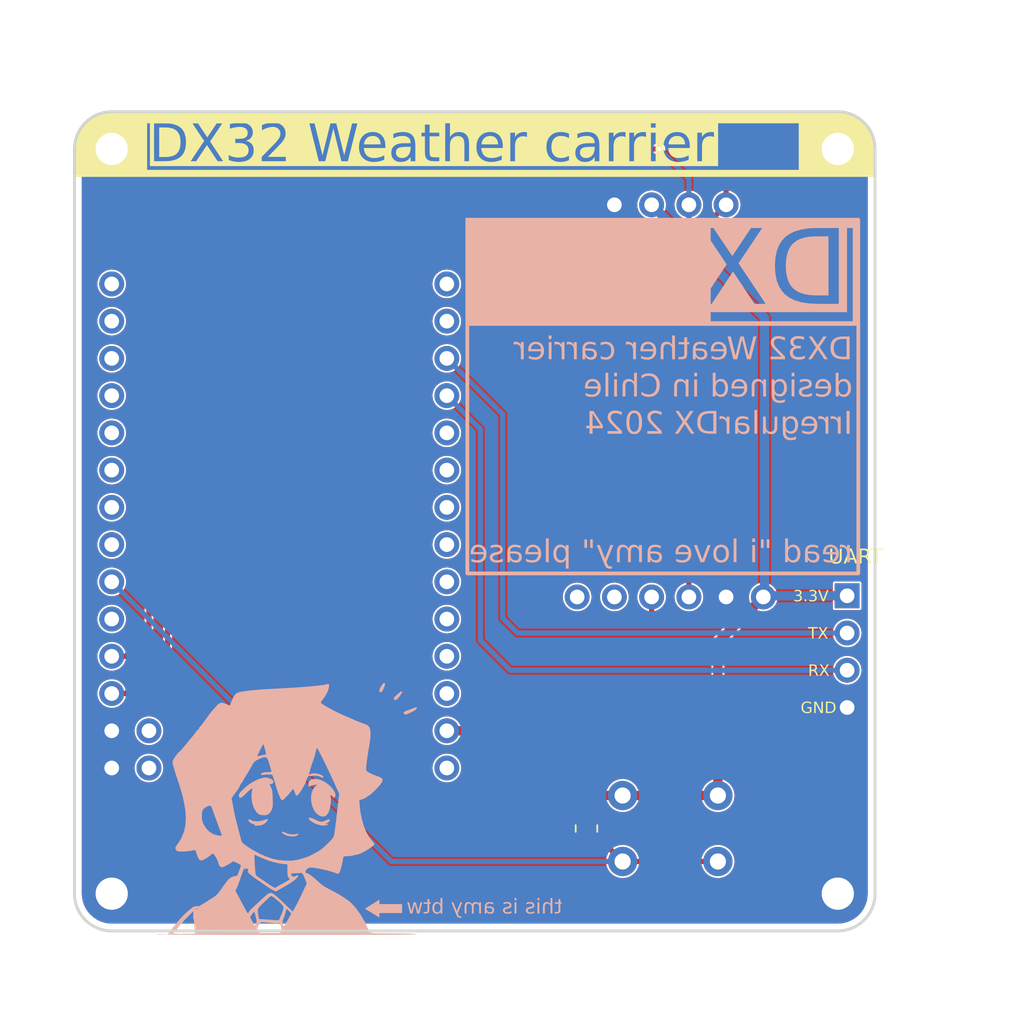
<source format=kicad_pcb>
(kicad_pcb (version 20240108) (generator "pcbnew") (generator_version "8.0")
  (layers (0 "F.Cu" signal) (31 "B.Cu" signal) (34 "B.Paste" user) (35 "F.Paste" user) (36 "B.SilkS" user "B.Silkscreen") (37 "F.SilkS" user "F.Silkscreen") (38 "B.Mask" user) (39 "F.Mask" user) (44 "Edge.Cuts" user))
  (net 0 "")
  (net 1 "VCC")
  (net 2 "/RX")
  (net 3 "GND")
  (net 4 "/TX")
  (net 5 "Net-(U1-GPIO8)")
  (net 16 "/SCL")
  (net 20 "/SDA")
  (footprint "Connector_PinHeader_2.54mm:PinHeader_1x04_P2.54mm_Vertical" (layer "F.Cu") (at 178.435 104.14)
    (property "Reference" "J1" (hide yes))
    (property "Value" "UART" (hide yes))
    (pad "1" thru_hole rect (at 0 0) (size 1.7 1.7) (drill 1) (layers "*.Cu" "*.Mask") (net 1 "VCC"))
    (pad "2" thru_hole oval (at 0 2.54) (size 1.7 1.7) (drill 1) (layers "*.Cu" "*.Mask") (net 4 "/TX"))
    (pad "3" thru_hole oval (at 0 5.08) (size 1.7 1.7) (drill 1) (layers "*.Cu" "*.Mask") (net 2 "/RX"))
    (pad "4" thru_hole oval (at 0 7.62) (size 1.7 1.7) (drill 1) (layers "*.Cu" "*.Mask") (net 3 "GND"))
  )
  (footprint "MountingHole:MountingHole_2.2mm_M2_DIN965_Pad_TopBottom" (layer "F.Cu") (at 128.27 124.46)
    (property "Reference" "MountingHole3" (hide yes))
    (property "Value" "MountingHole_2.2mm_M2_DIN965_Pad_TopBottom" (hide yes))
    (pad "1" thru_hole circle (at 0 0) (size 2.6 2.6) (drill 2.2) (layers "*.Cu" "*.Mask") (net 3 "GND"))
    (pad "1" connect circle (at 0 0) (size 3.8 3.8) (layers "F.Cu" "F.Mask") (net 3 "GND"))
    (pad "1" connect circle (at 0 0) (size 3.8 3.8) (layers "B.Cu" "B.Mask") (net 3 "GND"))
  )
  (footprint "MountingHole:MountingHole_2.2mm_M2_DIN965_Pad_TopBottom" (layer "F.Cu") (at 177.8 73.66)
    (property "Reference" "MountingHole2" (hide yes))
    (property "Value" "MountingHole_2.2mm_M2_DIN965_Pad_TopBottom" (hide yes))
    (pad "1" thru_hole circle (at 0 0) (size 2.6 2.6) (drill 2.2) (layers "*.Cu" "*.Mask"))
    (pad "1" connect circle (at 0 0) (size 3.8 3.8) (layers "F.Cu" "F.Mask") (net 3 "GND"))
    (pad "1" connect circle (at 0 0) (size 3.8 3.8) (layers "B.Cu" "B.Mask") (net 3 "GND"))
  )
  (footprint "Custom_Symbols:BME280" (layer "F.Cu") (at 166.37 110.57)
    (property "Reference" "U2" (hide yes))
    (property "Value" "~" (hide yes))
    (pad "1" thru_hole circle (at -6.35 -6.35) (size 1.7 1.7) (drill 1) (layers "*.Cu" "*.Mask"))
    (pad "2" thru_hole circle (at -3.81 -6.35) (size 1.7 1.7) (drill 1) (layers "*.Cu" "*.Mask"))
    (pad "3" thru_hole circle (at -1.27 -6.35) (size 1.7 1.7) (drill 1) (layers "*.Cu" "*.Mask") (net 20 "/SDA"))
    (pad "4" thru_hole circle (at 1.27 -6.35) (size 1.7 1.7) (drill 1) (layers "*.Cu" "*.Mask") (net 16 "/SCL"))
    (pad "5" thru_hole circle (at 3.81 -6.35) (size 1.7 1.7) (drill 1) (layers "*.Cu" "*.Mask") (net 3 "GND"))
    (pad "6" thru_hole circle (at 6.35 -6.35) (size 1.7 1.7) (drill 1) (layers "*.Cu" "*.Mask") (net 1 "VCC"))
  )
  (footprint "Custom_Symbols:SSD1306_OLED" (layer "F.Cu") (at 166.37 82.55)
    (property "Reference" "U3" (hide yes))
    (property "Value" "~" (hide yes))
    (pad "1" thru_hole circle (at -3.81 -5.08) (size 1.7 1.7) (drill 1) (layers "*.Cu" "*.Mask") (net 3 "GND"))
    (pad "2" thru_hole circle (at -1.27 -5.08) (size 1.7 1.7) (drill 1) (layers "*.Cu" "*.Mask") (net 1 "VCC"))
    (pad "3" thru_hole circle (at 1.27 -5.08) (size 1.7 1.7) (drill 1) (layers "*.Cu" "*.Mask") (net 16 "/SCL"))
    (pad "4" thru_hole circle (at 3.81 -5.08) (size 1.7 1.7) (drill 1) (layers "*.Cu" "*.Mask") (net 20 "/SDA"))
  )
  (footprint "Button_Switch_THT:SW_PUSH_6mm" (layer "F.Cu") (at 163.12 117.765)
    (property "Reference" "Button" (hide yes))
    (property "Value" "User button" (hide yes))
    (pad "1" thru_hole circle (at 0 0 90) (size 2 2) (drill 1.1) (layers "*.Cu" "*.Mask") (net 1 "VCC"))
    (pad "1" thru_hole circle (at 6.5 0 90) (size 2 2) (drill 1.1) (layers "*.Cu" "*.Mask") (net 1 "VCC"))
    (pad "2" thru_hole circle (at 0 4.5 90) (size 2 2) (drill 1.1) (layers "*.Cu" "*.Mask") (net 5 "Net-(U1-GPIO8)"))
    (pad "2" thru_hole circle (at 6.5 4.5 90) (size 2 2) (drill 1.1) (layers "*.Cu" "*.Mask") (net 5 "Net-(U1-GPIO8)"))
  )
  (footprint "Custom_Symbols:DX32A" (layer "F.Cu") (at 139.7 100.6475)
    (property "Reference" "U1" (hide yes))
    (property "Value" "~" (hide yes))
    (pad "1" thru_hole circle (at 11.43 15.24) (size 1.7 1.7) (drill 1) (layers "*.Cu" "*.Mask"))
    (pad "2" thru_hole circle (at 11.43 12.7) (size 1.7 1.7) (drill 1) (layers "*.Cu" "*.Mask") (net 1 "VCC"))
    (pad "3" thru_hole circle (at 11.43 10.16) (size 1.7 1.7) (drill 1) (layers "*.Cu" "*.Mask"))
    (pad "4" thru_hole circle (at 11.43 7.62) (size 1.7 1.7) (drill 1) (layers "*.Cu" "*.Mask"))
    (pad "5" thru_hole circle (at 11.43 5.08) (size 1.7 1.7) (drill 1) (layers "*.Cu" "*.Mask"))
    (pad "6" thru_hole circle (at 11.43 2.54) (size 1.7 1.7) (drill 1) (layers "*.Cu" "*.Mask"))
    (pad "7" thru_hole circle (at 11.43 0) (size 1.7 1.7) (drill 1) (layers "*.Cu" "*.Mask"))
    (pad "8" thru_hole circle (at 11.43 -2.54) (size 1.7 1.7) (drill 1) (layers "*.Cu" "*.Mask"))
    (pad "9" thru_hole circle (at 11.43 -5.08) (size 1.7 1.7) (drill 1) (layers "*.Cu" "*.Mask"))
    (pad "10" thru_hole circle (at 11.43 -7.62) (size 1.7 1.7) (drill 1) (layers "*.Cu" "*.Mask"))
    (pad "11" thru_hole circle (at 11.43 -10.16) (size 1.7 1.7) (drill 1) (layers "*.Cu" "*.Mask") (net 2 "/RX"))
    (pad "12" thru_hole circle (at 11.43 -12.7) (size 1.7 1.7) (drill 1) (layers "*.Cu" "*.Mask") (net 4 "/TX"))
    (pad "13" thru_hole circle (at 11.43 -15.24) (size 1.7 1.7) (drill 1) (layers "*.Cu" "*.Mask"))
    (pad "14" thru_hole circle (at 11.43 -17.78) (size 1.7 1.7) (drill 1) (layers "*.Cu" "*.Mask"))
    (pad "15" thru_hole circle (at -11.43 -17.78) (size 1.7 1.7) (drill 1) (layers "*.Cu" "*.Mask"))
    (pad "16" thru_hole circle (at -11.43 -15.24) (size 1.7 1.7) (drill 1) (layers "*.Cu" "*.Mask"))
    (pad "17" thru_hole circle (at -11.43 -12.7) (size 1.7 1.7) (drill 1) (layers "*.Cu" "*.Mask"))
    (pad "18" thru_hole circle (at -11.43 -10.16) (size 1.7 1.7) (drill 1) (layers "*.Cu" "*.Mask"))
    (pad "19" thru_hole circle (at -11.43 -7.62) (size 1.7 1.7) (drill 1) (layers "*.Cu" "*.Mask"))
    (pad "20" thru_hole circle (at -11.43 -5.08) (size 1.7 1.7) (drill 1) (layers "*.Cu" "*.Mask"))
    (pad "21" thru_hole circle (at -11.43 -2.54) (size 1.7 1.7) (drill 1) (layers "*.Cu" "*.Mask"))
    (pad "22" thru_hole circle (at -11.43 0) (size 1.7 1.7) (drill 1) (layers "*.Cu" "*.Mask"))
    (pad "23" thru_hole circle (at -11.43 2.54) (size 1.7 1.7) (drill 1) (layers "*.Cu" "*.Mask") (net 5 "Net-(U1-GPIO8)"))
    (pad "24" thru_hole circle (at -11.43 5.08) (size 1.7 1.7) (drill 1) (layers "*.Cu" "*.Mask"))
    (pad "25" thru_hole circle (at -11.43 7.62) (size 1.7 1.7) (drill 1) (layers "*.Cu" "*.Mask") (net 16 "/SCL"))
    (pad "26" thru_hole circle (at -11.43 10.16) (size 1.7 1.7) (drill 1) (layers "*.Cu" "*.Mask") (net 20 "/SDA"))
    (pad "27" thru_hole circle (at -11.43 12.7) (size 1.7 1.7) (drill 1) (layers "*.Cu" "*.Mask") (net 3 "GND"))
    (pad "28" thru_hole circle (at -11.43 15.24) (size 1.7 1.7) (drill 1) (layers "*.Cu" "*.Mask") (net 3 "GND"))
    (pad "29" thru_hole circle (at -8.89 12.7) (size 1.7 1.7) (drill 1) (layers "*.Cu" "*.Mask"))
    (pad "30" thru_hole circle (at -8.89 15.24) (size 1.7 1.7) (drill 1) (layers "*.Cu" "*.Mask"))
  )
  (footprint "MountingHole:MountingHole_2.2mm_M2_DIN965_Pad_TopBottom" (layer "F.Cu") (at 177.8 124.46)
    (property "Reference" "MountingHole4" (hide yes))
    (property "Value" "MountingHole_2.2mm_M2_DIN965_Pad_TopBottom" (hide yes))
    (pad "1" thru_hole circle (at 0 0) (size 2.6 2.6) (drill 2.2) (layers "*.Cu" "*.Mask") (net 3 "GND"))
    (pad "1" connect circle (at 0 0) (size 3.8 3.8) (layers "F.Cu" "F.Mask") (net 3 "GND"))
    (pad "1" connect circle (at 0 0) (size 3.8 3.8) (layers "B.Cu" "B.Mask") (net 3 "GND"))
  )
  (footprint "Resistor_SMD:R_0805_2012Metric_Pad1.20x1.40mm_HandSolder" (layer "F.Cu") (at 160.655 120.015 90)
    (property "Reference" "R1" (hide yes))
    (property "Value" "R" (hide yes))
    (fp_line (start -0.227064 -0.735) (end 0.227064 -0.735) (stroke (width 0.12)) (layer "F.SilkS"))
    (fp_line (start -0.227064 0.735) (end 0.227064 0.735) (stroke (width 0.12)) (layer "F.SilkS"))
    (pad "1" smd roundrect (at -1 0 90) (size 1.2 1.4) (layers "F.Cu" "F.Paste" "F.Mask") (roundrect_rratio 0.208333) (net 5 "Net-(U1-GPIO8)"))
    (pad "2" smd roundrect (at 1 0 90) (size 1.2 1.4) (layers "F.Cu" "F.Paste" "F.Mask") (roundrect_rratio 0.208333) (net 3 "GND"))
  )
  (footprint "MountingHole:MountingHole_2.2mm_M2_DIN965_Pad_TopBottom" (layer "F.Cu") (at 128.27 73.66)
    (property "Reference" "MountingHole1" (hide yes))
    (property "Value" "MountingHole_2.2mm_M2_DIN965_Pad_TopBottom" (hide yes))
    (pad "1" thru_hole circle (at 0 0) (size 2.6 2.6) (drill 2.2) (layers "*.Cu" "*.Mask"))
    (pad "1" connect circle (at 0 0) (size 3.8 3.8) (layers "F.Cu" "F.Mask") (net 3 "GND"))
    (pad "1" connect circle (at 0 0) (size 3.8 3.8) (layers "B.Cu" "B.Mask") (net 3 "GND"))
  )
  (footprint "LOGO" (layer "B.Cu") (at 146.812 125.476 180)
    (property "Reference" "G***" (hide yes))
    (property "Value" "LOGO" (hide yes))
    (fp_poly (pts (xy 0.332377 0.579967) (xy 0.342564 0.573533) (xy 0.35802 0.563795) (xy 0.378255 0.551061) (xy 0.402775 0.535641) (xy 0.43109 0.517843) (xy 0.462708 0.497977) (xy 0.497137 0.476351) (xy 0.533885 0.453274) (xy 0.572461 0.429055) (xy 0.612373 0.404003) (xy 0.653129 0.378427) (xy 0.661352 0.373267) (xy 0.704927 0.345927) (xy 0.749675 0.31785) (xy 0.794888 0.289481) (xy 0.839855 0.261267) (xy 0.883864 0.233653) (xy 0.926207 0.207085) (xy 0.966171 0.182008) (xy 1.003047 0.158869) (xy 1.036125 0.138113) (xy 1.064693 0.120186) (xy 1.082986 0.108707) (xy 1.112023 0.090489) (xy 1.140026 0.072927) (xy 1.166323 0.056442) (xy 1.190242 0.041454) (xy 1.211112 0.028385) (xy 1.228261 0.017656) (xy 1.241016 0.009686) (xy 1.248707 0.004897) (xy 1.248872 0.004796) (xy 1.271946 -0.009497) (xy 1.085659 -0.122759) (xy 1.055294 -0.141222) (xy 1.019871 -0.162762) (xy 0.980139 -0.186923) (xy 0.936852 -0.213248) (xy 0.890759 -0.24128) (xy 0.842611 -0.270562) (xy 0.793161 -0.300638) (xy 0.743158 -0.331051) (xy 0.693355 -0.361343) (xy 0.644502 -0.391058) (xy 0.59735 -0.41974) (xy 0.590797 -0.423726) (xy 0.282223 -0.61143) (xy 0.282223 -0.458727) (xy 0.282223 -0.306024) (xy -0.493038 -0.306024) (xy -1.268299 -0.306024) (xy -1.268299 0) (xy -1.268299 0.306024) (xy -0.493038 0.306024) (xy 0.282223 0.306024) (xy 0.282223 0.458875) (xy 0.282223 0.611725)) (fill solid) (layer "B.SilkS"))
  )
  (footprint "LOGO" (layer "B.Cu") (at 140.208 118.364 180)
    (property "Reference" "G***" (hide yes))
    (property "Value" "LOGO" (hide yes))
    (fp_poly (pts (xy 6.758983 -8.330339) (xy 6.737458 -8.351864) (xy 6.715932 -8.330339) (xy 6.737458 -8.308814)) (fill solid) (layer "B.SilkS"))
    (fp_poly (pts (xy -6.610509 8.27175) (xy -6.527162 8.18906) (xy -6.426951 8.034958) (xy -6.423575 8.028983) (xy -6.339351 7.862168) (xy -6.308412 7.753739) (xy -6.31718 7.708664) (xy -6.390418 7.63783) (xy -6.463322 7.648058) (xy -6.487442 7.67238) (xy -6.551288 7.774885) (xy -6.616724 7.910227) (xy -6.671803 8.049227) (xy -6.704578 8.162705) (xy -6.707931 8.210939) (xy -6.672322 8.280038)) (fill solid) (layer "B.SilkS"))
    (fp_poly (pts (xy -7.774613 7.681128) (xy -7.648596 7.591005) (xy -7.512982 7.471696) (xy -7.387688 7.351108) (xy -7.318854 7.271274) (xy -7.296979 7.217606) (xy -7.312561 7.175518) (xy -7.316674 7.17034) (xy -7.375227 7.114575) (xy -7.433785 7.115037) (xy -7.521659 7.168544) (xy -7.593414 7.236536) (xy -7.682601 7.34401) (xy -7.771463 7.466236) (xy -7.842243 7.578484) (xy -7.877181 7.656026) (xy -7.878305 7.665209) (xy -7.851982 7.706286)) (fill solid) (layer "B.SilkS"))
    (fp_poly (pts (xy 0.338058 -1.897823) (xy 0.300451 -1.959904) (xy 0.173763 -2.059807) (xy -0.005153 -2.134975) (xy -0.211009 -2.181675) (xy -0.418516 -2.196173) (xy -0.602384 -2.174736) (xy -0.737323 -2.113629) (xy -0.737858 -2.113197) (xy -0.807918 -2.040599) (xy -0.802414 -2.003366) (xy -0.726203 -2.006111) (xy -0.648921 -2.02874) (xy -0.458513 -2.058876) (xy -0.230761 -2.039068) (xy 0.004459 -1.973174) (xy 0.099639 -1.932031) (xy 0.236399 -1.876132) (xy 0.318233 -1.865057)) (fill solid) (layer "B.SilkS"))
    (fp_poly (pts (xy -8.80698 6.615041) (xy -8.698108 6.577358) (xy -8.553155 6.524792) (xy -8.39418 6.465566) (xy -8.243243 6.407906) (xy -8.122402 6.360033) (xy -8.053718 6.330171) (xy -8.051879 6.329208) (xy -7.975642 6.270369) (xy -7.980219 6.207851) (xy -8.016068 6.164881) (xy -8.05735 6.131356) (xy -8.105539 6.119971) (xy -8.176909 6.13475) (xy -8.287733 6.179718) (xy -8.454286 6.258899) (xy -8.513335 6.287853) (xy -8.696216 6.383319) (xy -8.808703 6.456894) (xy -8.861285 6.516209) (xy -8.868474 6.546158) (xy -8.863827 6.614818) (xy -8.857712 6.629618)) (fill solid) (layer "B.SilkS"))
    (fp_poly (pts (xy -1.531542 -0.916329) (xy -1.50678 -0.96551) (xy -1.544309 -1.044201) (xy -1.644778 -1.138936) (xy -1.790007 -1.236889) (xy -1.96182 -1.325234) (xy -2.084915 -1.373397) (xy -2.37356 -1.446562) (xy -2.610588 -1.453134) (xy -2.744491 -1.419336) (xy -2.827347 -1.375254) (xy -2.829291 -1.348138) (xy -2.754951 -1.345131) (xy -2.701441 -1.352893) (xy -2.613576 -1.367257) (xy -2.604678 -1.361527) (xy -2.66913 -1.332203) (xy -2.801612 -1.258274) (xy -2.895158 -1.17287) (xy -2.93479 -1.092719) (xy -2.922706 -1.049021) (xy -2.878155 -1.020903) (xy -2.807009 -1.033351) (xy -2.699819 -1.082589) (xy -2.528444 -1.159171) (xy -2.385642 -1.189145) (xy -2.242941 -1.171534) (xy -2.07187 -1.105362) (xy -1.974544 -1.057704) (xy -1.762436 -0.958944) (xy -1.615739 -0.91201)) (fill solid) (layer "B.SilkS"))
    (fp_poly (pts (xy 1.347207 -1.014906) (xy 1.457738 -1.043392) (xy 1.548294 -1.075665) (xy 1.777292 -1.139697) (xy 2.017894 -1.163131) (xy 2.24232 -1.14596) (xy 2.422791 -1.088174) (xy 2.444428 -1.075957) (xy 2.537715 -1.023701) (xy 2.584807 -1.017606) (xy 2.610781 -1.05552) (xy 2.613116 -1.061476) (xy 2.600853 -1.137615) (xy 2.527277 -1.222657) (xy 2.413082 -1.299275) (xy 2.278962 -1.350141) (xy 2.264631 -1.353269) (xy 2.180456 -1.376865) (xy 2.172619 -1.403301) (xy 2.195593 -1.421307) (xy 2.209784 -1.448344) (xy 2.158672 -1.462291) (xy 2.061867 -1.464325) (xy 1.938976 -1.455626) (xy 1.809609 -1.437374) (xy 1.693374 -1.410745) (xy 1.629274 -1.387261) (xy 1.520671 -1.320803) (xy 1.415597 -1.232347) (xy 1.330545 -1.139878) (xy 1.282006 -1.061381) (xy 1.286473 -1.01484) (xy 1.287284 -1.014317)) (fill solid) (layer "B.SilkS"))
    (fp_poly (pts (xy -1.668844 1.687233) (xy -1.542399 1.586577) (xy -1.480446 1.433403) (xy -1.475224 1.379294) (xy -1.477098 1.267201) (xy -1.505635 1.217167) (xy -1.577765 1.221216) (xy -1.707149 1.27) (xy -1.837787 1.31323) (xy -1.954532 1.334202) (xy -1.966728 1.334576) (xy -2.071755 1.334576) (xy -1.944015 1.216186) (xy -1.794856 1.022165) (xy -1.698617 0.776173) (xy -1.656125 0.494801) (xy -1.668211 0.194638) (xy -1.735704 -0.107729) (xy -1.859434 -0.39571) (xy -1.863083 -0.402275) (xy -1.999253 -0.591376) (xy -2.161575 -0.731832) (xy -2.334941 -0.816826) (xy -2.504248 -0.839537) (xy -2.654387 -0.793147) (xy -2.683705 -0.772709) (xy -2.771457 -0.678546) (xy -2.852349 -0.553158) (xy -2.862673 -0.532493) (xy -2.927552 -0.349958) (xy -2.978739 -0.12074) (xy -3.010768 0.119507) (xy -3.018175 0.335132) (xy -3.010023 0.428705) (xy -2.995251 0.548577) (xy -2.992589 0.627252) (xy -2.99608 0.641572) (xy -3.030227 0.623619) (xy -3.092452 0.556859) (xy -3.102183 0.544708) (xy -3.18084 0.456494) (xy -3.233807 0.441513) (xy -3.280992 0.499966) (xy -3.303997 0.546725) (xy -3.331985 0.631618) (xy -3.323194 0.716272) (xy -3.273431 0.836209) (xy -3.26864 0.846153) (xy -3.105836 1.097112) (xy -2.879932 1.327107) (xy -2.612951 1.51972) (xy -2.326915 1.658537) (xy -2.095861 1.720353) (xy -1.854944 1.732711)) (fill solid) (layer "B.SilkS"))
    (fp_poly (pts (xy 1.554481 1.821986) (xy 1.69462 1.786314) (xy 1.773754 1.763237) (xy 1.935495 1.71032) (xy 2.070172 1.657007) (xy 2.151238 1.613936) (xy 2.155932 1.610112) (xy 2.224856 1.560951) (xy 2.255803 1.54983) (xy 2.310913 1.526106) (xy 2.412171 1.464918) (xy 2.537431 1.381238) (xy 2.664552 1.290044) (xy 2.771388 1.206307) (xy 2.798305 1.182966) (xy 2.995835 1.001123) (xy 3.134031 0.861827) (xy 3.220488 0.753458) (xy 3.262804 0.664397) (xy 3.268574 0.583026) (xy 3.245733 0.498606) (xy 3.204536 0.443752) (xy 3.137904 0.44268) (xy 3.038628 0.499173) (xy 2.899495 0.617012) (xy 2.758339 0.754274) (xy 2.593208 0.912584) (xy 2.463893 1.020382) (xy 2.375803 1.074416) (xy 2.334349 1.071435) (xy 2.34494 1.008186) (xy 2.347979 1.000932) (xy 2.385609 0.851363) (xy 2.401683 0.645779) (xy 2.396268 0.411509) (xy 2.369429 0.175883) (xy 2.345719 0.056287) (xy 2.273194 -0.168799) (xy 2.171029 -0.375838) (xy 2.051083 -0.547241) (xy 1.925216 -0.665424) (xy 1.829221 -0.709629) (xy 1.650463 -0.742027) (xy 1.523413 -0.751748) (xy 1.423835 -0.742436) (xy 1.25271 -0.67725) (xy 1.116231 -0.543656) (xy 1.032759 -0.398386) (xy 0.994656 -0.30935) (xy 0.969308 -0.221598) (xy 0.954846 -0.116298) (xy 0.9494 0.025381) (xy 0.951103 0.22227) (xy 0.955045 0.384627) (xy 0.963512 0.63196) (xy 0.975135 0.811624) (xy 0.992601 0.942051) (xy 1.018597 1.041671) (xy 1.055811 1.128918) (xy 1.066621 1.149895) (xy 1.122876 1.260296) (xy 1.157309 1.335415) (xy 1.162373 1.351527) (xy 1.125216 1.370595) (xy 1.043983 1.38553) (xy 0.947244 1.420629) (xy 0.911526 1.498386) (xy 0.919994 1.604274) (xy 0.986956 1.686392) (xy 1.123257 1.754637) (xy 1.230488 1.789491) (xy 1.353859 1.822055) (xy 1.451376 1.833393)) (fill solid) (layer "B.SilkS"))
    (fp_poly (pts (xy -2.809068 8.2051) (xy -2.656357 8.16968) (xy -2.424537 8.132735) (xy -2.120573 8.094908) (xy -1.75143 8.056837) (xy -1.324074 8.019162) (xy -0.845469 7.982525) (xy -0.32258 7.947565) (xy 0.237626 7.914923) (xy 0.495085 7.901411) (xy 0.906086 7.880253) (xy 1.243073 7.862144) (xy 1.518052 7.84632) (xy 1.743025 7.832018) (xy 1.929997 7.818474) (xy 2.090973 7.804926) (xy 2.237956 7.79061) (xy 2.238644 7.790538) (xy 2.586261 7.753372) (xy 2.859479 7.720282) (xy 3.069661 7.687732) (xy 3.228173 7.652185) (xy 3.346378 7.610104) (xy 3.435643 7.557954) (xy 3.50733 7.492198) (xy 3.572806 7.409298) (xy 3.602902 7.366) (xy 3.682571 7.223203) (xy 3.766425 7.031478) (xy 3.839567 6.825856) (xy 3.856003 6.770896) (xy 3.893097 6.751536) (xy 3.986969 6.776218) (xy 4.098801 6.824289) (xy 4.296446 6.904715) (xy 4.447892 6.930406) (xy 4.576618 6.897209) (xy 4.7061 6.800974) (xy 4.804687 6.699468) (xy 5.030598 6.443809) (xy 5.229058 6.201026) (xy 5.426655 5.937682) (xy 5.561884 5.747288) (xy 5.676346 5.58842) (xy 5.782892 5.448988) (xy 5.865481 5.349628) (xy 5.893387 5.32087) (xy 5.960249 5.241069) (xy 5.984068 5.179604) (xy 6.018619 5.112973) (xy 6.045016 5.09696) (xy 6.103299 5.049397) (xy 6.183151 4.954649) (xy 6.226508 4.89382) (xy 6.312731 4.772193) (xy 6.392177 4.671308) (xy 6.41936 4.641248) (xy 6.474325 4.579776) (xy 6.569356 4.467448) (xy 6.690751 4.320655) (xy 6.815207 4.167688) (xy 6.997208 3.944096) (xy 7.134115 3.780621) (xy 7.233251 3.669075) (xy 7.30194 3.601268) (xy 7.347504 3.56901) (xy 7.352492 3.56685) (xy 7.394702 3.527003) (xy 7.471763 3.435035) (xy 7.568697 3.309042) (xy 7.591687 3.277891) (xy 7.715946 3.090221) (xy 7.780039 2.946069) (xy 7.792203 2.866252) (xy 7.778901 2.784101) (xy 7.741796 2.6353) (xy 7.685094 2.434619) (xy 7.613001 2.196827) (xy 7.529721 1.936695) (xy 7.513849 1.888585) (xy 7.396576 1.532656) (xy 7.302798 1.242037) (xy 7.227876 1.000663) (xy 7.167171 0.792467) (xy 7.116043 0.601386) (xy 7.069853 0.411353) (xy 7.023961 0.206304) (xy 7.011962 0.150678) (xy 6.913995 -0.425022) (xy 6.880019 -0.948741) (xy 6.911229 -1.427407) (xy 7.008817 -1.867948) (xy 7.173981 -2.277292) (xy 7.407915 -2.662368) (xy 7.523278 -2.81397) (xy 7.59322 -2.950648) (xy 7.579982 -3.07778) (xy 7.499798 -3.175) (xy 7.410778 -3.206855) (xy 7.258402 -3.223585) (xy 7.064045 -3.225361) (xy 6.849082 -3.21235) (xy 6.634888 -3.184724) (xy 6.543729 -3.167416) (xy 6.397834 -3.141079) (xy 6.287246 -3.129927) (xy 6.236902 -3.136025) (xy 6.210099 -3.189752) (xy 6.169001 -3.299129) (xy 6.13516 -3.401017) (xy 6.063173 -3.604719) (xy 5.995244 -3.735919) (xy 5.922211 -3.807198) (xy 5.83491 -3.831133) (xy 5.821635 -3.831423) (xy 5.729883 -3.806785) (xy 5.595563 -3.74286) (xy 5.443086 -3.654464) (xy 5.296863 -3.556413) (xy 5.181305 -3.463526) (xy 5.135882 -3.415182) (xy 5.062019 -3.368049) (xy 4.978095 -3.405046) (xy 4.886177 -3.525062) (xy 4.86624 -3.56036) (xy 4.801726 -3.678135) (xy 4.749473 -3.771099) (xy 4.739338 -3.788475) (xy 4.705737 -3.87118) (xy 4.671129 -3.994214) (xy 4.66445 -4.023842) (xy 4.602219 -4.179197) (xy 4.516412 -4.257009) (xy 4.440372 -4.290891) (xy 4.368874 -4.290291) (xy 4.268689 -4.251784) (xy 4.215056 -4.225944) (xy 4.058077 -4.142982) (xy 3.888557 -4.04525) (xy 3.831818 -4.01032) (xy 3.638381 -3.888136) (xy 3.379784 -4.010433) (xy 3.248732 -4.076906) (xy 3.155699 -4.132674) (xy 3.121201 -4.165094) (xy 3.13531 -4.217991) (xy 3.172802 -4.330032) (xy 3.226447 -4.479885) (xy 3.244194 -4.527912) (xy 3.367173 -4.858367) (xy 3.582492 -4.910021) (xy 3.716451 -4.951846) (xy 3.836886 -5.015146) (xy 3.955088 -5.11064) (xy 4.082351 -5.249048) (xy 4.229965 -5.44109) (xy 4.404128 -5.690002) (xy 4.572147 -5.927518) (xy 4.709396 -6.099799) (xy 4.825283 -6.21776) (xy 4.917269 -6.285424) (xy 5.036943 -6.359478) (xy 5.199019 -6.463445) (xy 5.374725 -6.578788) (xy 5.435092 -6.619068) (xy 5.585148 -6.717271) (xy 5.709143 -6.793924) (xy 5.789383 -6.838308) (xy 5.808256 -6.845085) (xy 5.863336 -6.8744) (xy 5.895361 -6.906522) (xy 5.985441 -6.949208) (xy 6.091642 -6.944381) (xy 6.235134 -6.947185) (xy 6.386474 -7.011065) (xy 6.401095 -7.019719) (xy 6.583942 -7.150201) (xy 6.802085 -7.33889) (xy 7.042734 -7.572572) (xy 7.293097 -7.838033) (xy 7.540383 -8.122057) (xy 7.771801 -8.411431) (xy 7.851613 -8.518262) (xy 8.115085 -8.878388) (xy 8.492552 -8.857267) (xy 8.664066 -8.851824) (xy 8.800611 -8.855285) (xy 8.881188 -8.866781) (xy 8.893313 -8.873836) (xy 8.853294 -8.877727) (xy 8.730702 -8.881483) (xy 8.529065 -8.885089) (xy 8.251913 -8.888531) (xy 7.902773 -8.891792) (xy 7.485175 -8.894859) (xy 7.002647 -8.897715) (xy 6.458717 -8.900347) (xy 5.856915 -8.902739) (xy 5.200768 -8.904876) (xy 4.493806 -8.906744) (xy 3.739558 -8.908326) (xy 2.94155 -8.909608) (xy 2.103313 -8.910576) (xy 1.228375 -8.911214) (xy 0.320265 -8.911507) (xy 0.024066 -8.911526) (xy -1.159644 -8.911317) (xy -2.259559 -8.910693) (xy -3.275508 -8.909653) (xy -4.207318 -8.9082) (xy -5.054818 -8.906332) (xy -5.817837 -8.904052) (xy -6.496204 -8.901361) (xy -7.089745 -8.898258) (xy -7.598291 -8.894745) (xy -8.02167 -8.890822) (xy -8.359709 -8.886491) (xy -8.612239 -8.881753) (xy -8.779086 -8.876607) (xy -8.86008 -8.871056) (xy -8.868474 -8.868475) (xy -8.825953 -8.85152) (xy -8.698288 -8.837156) (xy -8.485327 -8.825378) (xy -8.407025 -8.822965) (xy 6.248185 -8.822965) (xy 6.815703 -8.835896) (xy 7.031817 -8.839874) (xy 7.219188 -8.841555) (xy 7.359742 -8.840903) (xy 7.435405 -8.837885) (xy 7.440555 -8.837125) (xy 7.524009 -8.828519) (xy 7.625218 -8.825424) (xy 7.692957 -8.824142) (xy 7.720642 -8.810866) (xy 7.703905 -8.771446) (xy 7.638378 -8.691734) (xy 7.554755 -8.597189) (xy 7.484765 -8.511215) (xy 7.44827 -8.452651) (xy 7.446818 -8.446511) (xy 7.418217 -8.403001) (xy 7.341278 -8.310717) (xy 7.227843 -8.182458) (xy 7.089755 -8.031025) (xy 6.938857 -7.869221) (xy 6.786993 -7.709845) (xy 6.646005 -7.5657) (xy 6.527737 -7.449585) (xy 6.50293 -7.426271) (xy 6.363791 -7.297119) (xy 6.378421 -7.562198) (xy 6.381864 -7.696824) (xy 6.376379 -7.785902) (xy 6.364639 -7.809596) (xy 6.349268 -7.841109) (xy 6.332127 -7.940361) (xy 6.316006 -8.08911) (xy 6.309728 -8.168754) (xy 6.295453 -8.359104) (xy 6.280869 -8.532904) (xy 6.268552 -8.659961) (xy 6.265706 -8.684279) (xy 6.248185 -8.822965) (xy -8.407025 -8.822965) (xy -8.186916 -8.816182) (xy -7.802904 -8.809562) (xy -7.333139 -8.805515) (xy -6.777466 -8.804035) (xy -6.758983 -8.80403) (xy -6.428797 -8.804069) (xy -6.173954 -8.802942) (xy -5.9837 -8.798566) (xy -5.847281 -8.788854) (xy -5.753944 -8.771724) (xy -5.692933 -8.74509) (xy -5.653497 -8.706867) (xy -5.624879 -8.654972) (xy -5.596327 -8.587319) (xy -5.592326 -8.577881) (xy -5.547825 -8.483738) (xy 0.370364 -8.483738) (xy 0.379733 -8.572447) (xy 0.416816 -8.654828) (xy 0.420312 -8.660806) (xy 0.492124 -8.782373) (xy 1.16853 -8.782373) (xy 1.844937 -8.782373) (xy 1.936597 -8.665846) (xy 1.999922 -8.539031) (xy 1.990244 -8.401756) (xy 1.906134 -8.239876) (xy 1.891375 -8.218692) (xy 1.834067 -8.126919) (xy 1.808252 -8.063272) (xy 1.808136 -8.060945) (xy 1.769785 -8.040387) (xy 1.672152 -8.033765) (xy 1.603644 -8.037085) (xy 1.466547 -8.04857) (xy 1.276949 -8.064579) (xy 1.068139 -8.082296) (xy 0.99017 -8.088935) (xy 0.796833 -8.101028) (xy 0.643441 -8.102117) (xy 0.548847 -8.092354) (xy 0.531359 -8.08519) (xy 0.486134 -8.087148) (xy 0.444281 -8.170445) (xy 0.43859 -8.188461) (xy 0.389664 -8.363983) (xy 0.370364 -8.483738) (xy -5.547825 -8.483738) (xy -5.3286 -8.019961) (xy -5.041429 -7.523752) (xy -4.995476 -7.459556) (xy -0.301356 -7.459556) (xy -0.280466 -7.50981) (xy -0.223827 -7.61704) (xy -0.140487 -7.764692) (xy -0.055295 -7.909809) (xy 0.190765 -8.322141) (xy 0.249589 -8.177981) (xy 0.278017 -8.093305) (xy 0.282209 -8.014354) (xy 0.262369 -7.928013) (xy 2.062159 -7.928013) (xy 2.062451 -8.034987) (xy 2.092615 -8.133123) (xy 2.13558 -8.222897) (xy 2.166127 -8.265266) (xy 2.168039 -8.265763) (xy 2.196651 -8.230904) (xy 2.254249 -8.138788) (xy 2.329251 -8.008105) (xy 2.342136 -7.984785) (xy 2.496581 -7.703808) (xy 2.390882 -7.53637) (xy 2.300377 -7.404647) (xy 2.238729 -7.347506) (xy 2.198466 -7.36147) (xy 2.173652 -7.435273) (xy 2.148593 -7.548154) (xy 2.11254 -7.699343) (xy 2.093015 -7.777954) (xy 2.062159 -7.928013) (xy 0.262369 -7.928013) (xy 0.259007 -7.913384) (xy 0.205252 -7.762652) (xy 0.201044 -7.751572) (xy 0.141151 -7.580918) (xy 0.091868 -7.416948) (xy 0.066413 -7.307881) (xy 0.042311 -7.204372) (xy 0.016565 -7.149229) (xy 0.010862 -7.146441) (xy -0.038798 -7.175359) (xy -0.119292 -7.245765) (xy -0.20617 -7.333141) (xy -0.274984 -7.412966) (xy -0.301356 -7.459556) (xy -4.995476 -7.459556) (xy -4.735683 -7.096627) (xy -4.416233 -6.74596) (xy -4.330602 -6.667401) (xy -4.162123 -6.534862) (xy -3.934498 -6.378392) (xy -3.666911 -6.209799) (xy -3.378551 -6.04089) (xy -3.088604 -5.88347) (xy -2.913433 -5.795352) (xy -2.632286 -5.645346) (xy -2.398133 -5.486061) (xy -2.309058 -5.40943) (xy -1.364729 -5.40943) (xy -1.145161 -5.864716) (xy -1.051721 -6.059724) (xy -0.966598 -6.239627) (xy -0.90009 -6.382533) (xy -0.865955 -6.458398) (xy -0.818256 -6.557885) (xy -0.741289 -6.706533) (xy -0.648458 -6.878718) (xy -0.605958 -6.955481) (xy -0.405598 -7.314169) (xy -0.125047 -7.044093) (xy 0.220152 -7.044093) (xy 0.228877 -7.127604) (xy 0.261506 -7.250154) (xy 0.320901 -7.411499) (xy 0.38566 -7.558312) (xy 0.451072 -7.69999) (xy 0.498017 -7.813214) (xy 0.516595 -7.874055) (xy 0.51661 -7.874784) (xy 0.556154 -7.900103) (xy 0.664351 -7.905806) (xy 0.721102 -7.902317) (xy 0.850535 -7.892184) (xy 1.037468 -7.878672) (xy 1.253466 -7.863799) (xy 1.406612 -7.853666) (xy 1.887631 -7.822437) (xy 1.933985 -7.556251) (xy 1.962124 -7.3881) (xy 1.973549 -7.261633) (xy 1.960538 -7.159425) (xy 1.915368 -7.064054) (xy 1.830319 -6.958096) (xy 1.697668 -6.824128) (xy 1.544849 -6.678193) (xy 1.384713 -6.527255) (xy 1.245741 -6.398899) (xy 1.140275 -6.304328) (xy 1.080654 -6.254743) (xy 1.073369 -6.250241) (xy 1.018098 -6.267447) (xy 0.916313 -6.3308) (xy 0.784439 -6.427694) (xy 0.638903 -6.545525) (xy 0.496131 -6.671686) (xy 0.392115 -6.773056) (xy 0.288155 -6.886152) (xy 0.234955 -6.967546) (xy 0.220152 -7.044093) (xy -0.125047 -7.044093) (xy 0.216947 -6.714868) (xy 0.430495 -6.513625) (xy 0.624114 -6.339449) (xy 0.787444 -6.201145) (xy 0.910127 -6.107517) (xy 0.977299 -6.0687) (xy 1.05488 -6.047622) (xy 1.127345 -6.045808) (xy 1.20555 -6.069935) (xy 1.300352 -6.126677) (xy 1.42261 -6.22271) (xy 1.583181 -6.364708) (xy 1.792922 -6.559349) (xy 1.826274 -6.590659) (xy 1.991477 -6.744971) (xy 2.1558 -6.896931) (xy 2.295848 -7.024975) (xy 2.361558 -7.084078) (xy 2.472594 -7.194646) (xy 2.558197 -7.30126) (xy 2.589175 -7.356277) (xy 2.616818 -7.413628) (xy 2.647346 -7.426587) (xy 2.68975 -7.386917) (xy 2.753027 -7.286381) (xy 2.841778 -7.124915) (xy 2.843951 -7.120856) (xy 6.082941 -7.120856) (xy 6.11322 -7.146441) (xy 6.181913 -7.185161) (xy 6.191065 -7.170578) (xy 6.177797 -7.146441) (xy 6.114925 -7.105509) (xy 6.099917 -7.104049) (xy 6.082941 -7.120856) (xy 2.843951 -7.120856) (xy 2.918335 -6.981907) (xy 3.021123 -6.78919) (xy 3.136084 -6.573151) (xy 3.238042 -6.381143) (xy 3.495524 -5.895675) (xy 3.400095 -5.692659) (xy 3.328828 -5.527554) (xy 3.25612 -5.338629) (xy 3.22613 -5.252534) (xy 3.160807 -5.059145) (xy 3.092659 -4.863745) (xy 3.028101 -4.683984) (xy 2.973549 -4.537515) (xy 2.935416 -4.441989) (xy 2.921584 -4.414518) (xy 2.844917 -4.387895) (xy 2.731468 -4.393644) (xy 2.681123 -4.40679) (xy 2.615036 -4.441724) (xy 2.62148 -4.496712) (xy 2.638072 -4.526025) (xy 2.661416 -4.583526) (xy 2.6439 -4.638529) (xy 2.574421 -4.71303) (xy 2.518475 -4.762942) (xy 2.383728 -4.874569) (xy 2.244834 -4.980866) (xy 2.195593 -5.01573) (xy 2.100228 -5.081577) (xy 1.955084 -5.182867) (xy 1.78064 -5.305268) (xy 1.614407 -5.422418) (xy 1.423207 -5.553977) (xy 1.233954 -5.678198) (xy 1.070326 -5.779866) (xy 0.968644 -5.837407) (xy 0.75339 -5.948332) (xy 0.487792 -5.804759) (xy 0.087014 -5.580418) (xy -0.239117 -5.381208) (xy -0.489277 -5.208097) (xy -0.604488 -5.110764) (xy -0.211838 -5.110764) (xy -0.009055 -5.241676) (xy 0.142368 -5.333545) (xy 0.325605 -5.436598) (xy 0.461582 -5.508271) (xy 0.599242 -5.581935) (xy 0.704611 -5.64563) (xy 0.75528 -5.685788) (xy 0.755584 -5.686262) (xy 0.79066 -5.697319) (xy 0.865624 -5.670864) (xy 0.987873 -5.602878) (xy 1.164806 -5.489341) (xy 1.351299 -5.362597) (xy 1.520767 -5.246455) (xy 1.700514 -5.124534) (xy 1.821603 -5.04328) (xy 1.947512 -4.956562) (xy 2.04858 -4.881803) (xy 2.092401 -4.844936) (xy 2.109614 -4.790465) (xy 2.12809 -4.670963) (xy 2.146667 -4.503711) (xy 2.164184 -4.305989) (xy 2.179478 -4.095078) (xy 2.191389 -3.888258) (xy 2.198754 -3.70281) (xy 2.200413 -3.556015) (xy 2.195204 -3.465153) (xy 2.186559 -3.444068) (xy 2.141133 -3.461207) (xy 2.034853 -3.507588) (xy 1.88471 -3.575659) (xy 1.746405 -3.639734) (xy 1.343132 -3.805084) (xy 0.915816 -3.939535) (xy 0.498084 -4.033473) (xy 0.247542 -4.068261) (xy -0.043051 -4.096684) (xy -0.043051 -4.496434) (xy -0.04614 -4.697332) (xy -0.057737 -4.833276) (xy -0.081338 -4.925272) (xy -0.12044 -4.994322) (xy -0.127444 -5.003474) (xy -0.211838 -5.110764) (xy -0.604488 -5.110764) (xy -0.662146 -5.062053) (xy -0.756401 -4.944044) (xy -0.774915 -4.880465) (xy -0.771361 -4.836877) (xy -0.746674 -4.827788) (xy -0.679817 -4.854693) (xy -0.602785 -4.892688) (xy -0.464141 -4.933798) (xy -0.364616 -4.90384) (xy -0.312353 -4.805589) (xy -0.310172 -4.793006) (xy -0.312203 -4.745224) (xy -0.349229 -4.7192) (xy -0.440122 -4.707922) (xy -0.546952 -4.705032) (xy -0.710498 -4.700373) (xy -0.859143 -4.69223) (xy -0.925593 -4.686273) (xy -1.013912 -4.686871) (xy -1.073599 -4.728431) (xy -1.132852 -4.830903) (xy -1.134338 -4.833938) (xy -1.19945 -4.978311) (xy -1.267878 -5.146212) (xy -1.28933 -5.203145) (xy -1.364729 -5.40943) (xy -2.309058 -5.40943) (xy -2.181569 -5.299752) (xy -1.946349 -5.086152) (xy -1.738741 -4.912647) (xy -1.566917 -4.785398) (xy -1.439051 -4.710567) (xy -1.376042 -4.692542) (xy -1.291973 -4.665965) (xy -1.270161 -4.59756) (xy -1.309979 -4.504317) (xy -1.38595 -4.42312) (xy -1.470145 -4.35807) (xy -1.546269 -4.324952) (xy -1.64486 -4.31689) (xy -1.796456 -4.327011) (xy -1.808136 -4.328067) (xy -2.008512 -4.354715) (xy -2.259063 -4.400329) (xy -2.533122 -4.458821) (xy -2.804027 -4.524107) (xy -3.045112 -4.590101) (xy -3.229712 -4.650717) (xy -3.24117 -4.655124) (xy -3.371998 -4.701684) (xy -3.475934 -4.730739) (xy -3.50966 -4.735593) (xy -3.566483 -4.704973) (xy -3.623399 -4.610043) (xy -3.68186 -4.446203) (xy -3.743316 -4.208851) (xy -3.809216 -3.893386) (xy -3.857044 -3.633399) (xy -3.875462 -3.583547) (xy -3.922144 -3.555475) (xy -4.017596 -3.542438) (xy -4.146336 -3.538242) (xy -4.31189 -3.528669) (xy -4.459246 -3.508675) (xy -4.537374 -3.488826) (xy -4.659435 -3.454993) (xy -4.750373 -3.444068) (xy -4.857836 -3.422609) (xy -5.009664 -3.364434) (xy -5.189986 -3.278842) (xy -5.382928 -3.175134) (xy -5.572619 -3.062608) (xy -5.743187 -2.950567) (xy -5.87876 -2.848309) (xy -5.963466 -2.765136) (xy -5.984068 -2.721193) (xy -5.956244 -2.6585) (xy -5.883458 -2.5574) (xy -5.786189 -2.445008) (xy -5.590876 -2.187847) (xy -5.413665 -1.858671) (xy -5.259252 -1.470516) (xy -5.132335 -1.036417) (xy -5.037611 -0.569411) (xy -4.994984 -0.249239) (xy -4.971672 -0.023733) (xy -4.958154 0.129941) (xy -4.954804 0.225535) (xy -4.961996 0.2768) (xy -4.980104 0.29749) (xy -5.0095 0.301356) (xy -5.009951 0.301356) (xy -5.101093 0.322035) (xy -5.231082 0.373512) (xy -5.366387 0.439947) (xy -5.473479 0.505499) (xy -5.510092 0.537634) (xy -5.5798 0.592434) (xy -5.616509 0.602712) (xy -5.670565 0.632372) (xy -5.767852 0.711962) (xy -5.769877 0.713815) (xy -3.578434 0.713815) (xy -3.510156 0.130891) (xy -3.482051 -0.109791) (xy -3.447359 -0.408019) (xy -3.409328 -0.735803) (xy -3.371207 -1.065153) (xy -3.34458 -1.29575) (xy -3.30445 -1.62478) (xy -3.26844 -1.876755) (xy -3.234936 -2.060535) (xy -3.202328 -2.184975) (xy -3.169425 -2.258294) (xy -3.082024 -2.37072) (xy -2.9496 -2.516459) (xy -2.789321 -2.679105) (xy -2.618356 -2.842254) (xy -2.453871 -2.9895) (xy -2.313034 -3.104438) (xy -2.216478 -3.168918) (xy -2.088421 -3.237321) (xy -1.923844 -3.328561) (xy -1.773923 -3.413955) (xy -1.465231 -3.563445) (xy -1.088184 -3.69301) (xy -0.640532 -3.804225) (xy -0.406615 -3.835449) (xy -0.116516 -3.845647) (xy 0.20256 -3.835251) (xy 0.523411 -3.804693) (xy 0.667288 -3.783455) (xy 1.025333 -3.697717) (xy 1.423201 -3.557007) (xy 1.842396 -3.369695) (xy 2.264422 -3.144153) (xy 2.670783 -2.888753) (xy 2.721904 -2.85351) (xy 2.88789 -2.732827) (xy 2.99502 -2.639674) (xy 3.058691 -2.557991) (xy 3.094299 -2.471719) (xy 3.09685 -2.462445) (xy 3.187557 -2.1207) (xy 4.434237 -2.1207) (xy 4.471481 -2.14218) (xy 4.568446 -2.140671) (xy 4.702983 -2.119838) (xy 4.852941 -2.08335) (xy 4.996171 -2.034873) (xy 5.0246 -2.022954) (xy 5.264751 -1.875021) (xy 5.479136 -1.659983) (xy 5.649724 -1.396489) (xy 5.66941 -1.356102) (xy 5.736331 -1.196612) (xy 5.772603 -1.054273) (xy 5.786108 -0.889405) (xy 5.786598 -0.766262) (xy 5.779024 -0.571081) (xy 5.753318 -0.436924) (xy 5.69708 -0.338905) (xy 5.597912 -0.252137) (xy 5.497158 -0.185301) (xy 5.334999 -0.107204) (xy 5.213582 -0.104239) (xy 5.131194 -0.17663) (xy 5.105458 -0.23678) (xy 5.074644 -0.327774) (xy 5.020045 -0.482743) (xy 4.947739 -0.684903) (xy 4.863802 -0.917471) (xy 4.774314 -1.163663) (xy 4.685351 -1.406699) (xy 4.602992 -1.629793) (xy 4.538017 -1.803693) (xy 4.485634 -1.948424) (xy 4.448332 -2.062423) (xy 4.434237 -2.1207) (xy 3.187557 -2.1207) (xy 3.212366 -2.027229) (xy 3.307993 -1.663915) (xy 3.386415 -1.361317) (xy 3.450316 -1.108247) (xy 3.502382 -0.893518) (xy 3.545296 -0.705943) (xy 3.581742 -0.534335) (xy 3.614407 -0.367506) (xy 3.645973 -0.194269) (xy 3.659198 -0.118924) (xy 3.69374 0.072039) (xy 3.724942 0.231141) (xy 3.748941 0.339445) (xy 3.76038 0.376828) (xy 3.744363 0.422659) (xy 3.68481 0.520144) (xy 3.591876 0.65363) (xy 3.507906 0.765966) (xy 3.386623 0.932067) (xy 3.282091 1.090223) (xy 3.208704 1.217884) (xy 3.185384 1.271147) (xy 3.145077 1.368862) (xy 3.108664 1.418946) (xy 3.103091 1.420678) (xy 3.066863 1.455833) (xy 3.009147 1.546126) (xy 2.966514 1.625169) (xy 2.883304 1.777598) (xy 2.778646 1.953813) (xy 2.707221 2.066441) (xy 2.606336 2.228082) (xy 2.491553 2.424128) (xy 2.387849 2.611905) (xy 2.297555 2.773338) (xy 2.220629 2.879738) (xy 2.134956 2.954521) (xy 2.018418 3.021104) (xy 1.986337 3.037029) (xy 1.753097 3.146028) (xy 1.580636 3.20696) (xy 1.455136 3.214752) (xy 1.362778 3.164332) (xy 1.289745 3.050629) (xy 1.222218 2.86857) (xy 1.183898 2.742502) (xy 1.12932 2.556335) (xy 1.08339 2.398674) (xy 1.051841 2.28926) (xy 1.04113 2.250981) (xy 1.063006 2.220479) (xy 1.154165 2.204368) (xy 1.304852 2.20087) (xy 1.516472 2.187304) (xy 1.668742 2.145305) (xy 1.752088 2.078405) (xy 1.765085 2.031139) (xy 1.742824 1.995512) (xy 1.664594 1.998832) (xy 1.62517 2.007591) (xy 1.51538 2.023114) (xy 1.367909 2.030364) (xy 1.212474 2.029602) (xy 1.078788 2.021094) (xy 0.996568 2.005102) (xy 0.990325 2.00196) (xy 0.96817 1.96666) (xy 0.933032 1.876537) (xy 0.882696 1.724845) (xy 0.814945 1.504835) (xy 0.727562 1.209762) (xy 0.707448 1.140847) (xy 0.641979 0.934933) (xy 0.567641 0.730933) (xy 0.49148 0.545064) (xy 0.420541 0.393546) (xy 0.361869 0.292597) (xy 0.324088 0.258305) (xy 0.264594 0.287323) (xy 0.177856 0.35993) (xy 0.14709 0.390915) (xy 0.041019 0.500053) (xy -0.059089 0.598671) (xy -0.074144 0.612894) (xy -0.159336 0.70538) (xy -0.256062 0.827984) (xy -0.284491 0.867742) (xy -0.372471 0.983127) (xy -0.431623 1.025792) (xy -0.472802 0.999426) (xy -0.49731 0.940106) (xy -0.568509 0.741549) (xy -0.630937 0.624514) (xy -0.686939 0.58514) (xy -0.709326 0.590954) (xy -0.780991 0.657084) (xy -0.877722 0.780739) (xy -0.987808 0.942548) (xy -1.099543 1.123138) (xy -1.201216 1.303136) (xy -1.28112 1.463169) (xy -1.327547 1.583865) (xy -1.334576 1.625486) (xy -1.35203 1.685601) (xy -1.395449 1.787988) (xy -1.410628 1.819963) (xy -1.473407 1.92242) (xy -1.527536 1.947699) (xy -1.544107 1.940825) (xy -1.620505 1.926943) (xy -1.738248 1.936877) (xy -1.770257 1.943243) (xy -1.9017 1.955298) (xy -2.055259 1.945063) (xy -2.201527 1.91748) (xy -2.311099 1.877491) (xy -2.349544 1.845891) (xy -2.407905 1.809043) (xy -2.471673 1.824763) (xy -2.496949 1.875133) (xy -2.457491 1.945542) (xy -2.353408 2.00893) (xy -2.20614 2.060867) (xy -2.037125 2.096924) (xy -1.8678 2.112673) (xy -1.719605 2.103685) (xy -1.613978 2.06553) (xy -1.605737 2.059245) (xy -1.545583 2.029076) (xy -1.525109 2.033761) (xy -1.528459 2.080487) (xy -1.553227 2.18822) (xy -1.593449 2.336338) (xy -1.643159 2.504217) (xy -1.696394 2.671234) (xy -1.747189 2.816764) (xy -1.764904 2.862881) (xy -1.813505 2.999236) (xy -1.871562 3.18245) (xy -1.929317 3.379411) (xy -1.946362 3.442877) (xy 1.422889 3.442877) (xy 1.443652 3.381381) (xy 1.474492 3.381271) (xy 1.545272 3.381466) (xy 1.662207 3.358196) (xy 1.722034 3.341125) (xy 1.879034 3.294444) (xy 1.966016 3.280366) (xy 1.994426 3.303621) (xy 1.975711 3.368937) (xy 1.945127 3.433305) (xy 1.884011 3.557629) (xy 1.803972 3.721754) (xy 1.730936 3.872386) (xy 1.664246 3.998059) (xy 1.610842 4.075997) (xy 1.580809 4.09193) (xy 1.578809 4.08764) (xy 1.557403 4.013745) (xy 1.521071 3.888762) (xy 1.490769 3.784691) (xy 1.438629 3.578163) (xy 1.422889 3.442877) (xy -1.946362 3.442877) (xy -1.977014 3.557006) (xy -2.002753 3.670085) (xy -2.030357 3.773546) (xy -2.061127 3.828713) (xy -2.068198 3.831525) (xy -2.0976 3.794092) (xy -2.15847 3.688252) (xy -2.246022 3.523696) (xy -2.355471 3.310114) (xy -2.482029 3.057196) (xy -2.62091 2.774632) (xy -2.767328 2.472112) (xy -2.916497 2.159327) (xy -3.06363 1.845967) (xy -3.203942 1.541722) (xy -3.258137 1.422416) (xy -3.578434 0.713815) (xy -5.769877 0.713815) (xy -5.894021 0.827396) (xy -6.034721 0.964586) (xy -6.175604 1.109448) (xy -6.30232 1.247895) (xy -6.400519 1.36584) (xy -6.418802 1.390293) (xy -6.513281 1.54089) (xy -6.545561 1.657756) (xy -6.510289 1.751178) (xy -6.402107 1.831443) (xy -6.215661 1.908837) (xy -6.134746 1.93592) (xy -5.956207 2.002218) (xy -5.772031 2.084832) (xy -5.605782 2.171736) (xy -5.481023 2.250905) (xy -5.431303 2.294911) (xy -5.417354 2.363758) (xy -5.420814 2.512124) (xy -5.441109 2.735326) (xy -5.477663 3.02868) (xy -5.529902 3.387503) (xy -5.597251 3.807111) (xy -5.666463 4.211007) (xy -5.710112 4.539637) (xy -5.720494 4.829069) (xy -5.69834 5.067897) (xy -5.644383 5.244714) (xy -5.595404 5.318063) (xy -5.498846 5.400405) (xy -5.406835 5.449864) (xy -5.278617 5.492889) (xy -5.101803 5.55801) (xy -4.906935 5.633408) (xy -4.72456 5.707262) (xy -4.585221 5.767756) (xy -4.584915 5.767898) (xy -4.471654 5.81864) (xy -4.304925 5.891186) (xy -4.110759 5.974273) (xy -3.982203 6.028586) (xy -3.753387 6.129383) (xy -3.507516 6.245666) (xy -3.256695 6.370821) (xy -3.013027 6.498236) (xy -2.788618 6.621296) (xy -2.59557 6.73339) (xy -2.445988 6.827903) (xy -2.351976 6.898222) (xy -2.324798 6.934129) (xy -2.351961 7.002885) (xy -2.421499 7.104885) (xy -2.476569 7.170908) (xy -2.569165 7.286966) (xy -2.635845 7.393987) (xy -2.65344 7.437034) (xy -2.684023 7.512294) (xy -2.708366 7.533898) (xy -2.738169 7.571037) (xy -2.780487 7.664614) (xy -2.825654 7.787874) (xy -2.864003 7.91406) (xy -2.885871 8.016415) (xy -2.88721 8.028983) (xy -2.890085 8.151874) (xy -2.867412 8.20588) (xy -2.812477 8.206132)) (fill solid) (layer "B.SilkS"))
  )
  (gr_rect (start 152.527 78.486) (end 179.197 102.616) (stroke (width 0.254)) (fill none) (layer "B.SilkS"))
  (gr_line (start 177.8 127) (end 128.27 127) (stroke (width 0.2)) (layer "Edge.Cuts"))
  (gr_arc (start 180.34 124.46) (mid 179.596051 126.256051) (end 177.8 127) (stroke (width 0.2)) (layer "Edge.Cuts"))
  (gr_line (start 180.34 73.66) (end 180.34 124.46) (stroke (width 0.2)) (layer "Edge.Cuts"))
  (gr_line (start 177.8 71.12) (end 128.27 71.12) (stroke (width 0.2)) (layer "Edge.Cuts"))
  (gr_arc (start 125.73 73.66) (mid 126.473949 71.863949) (end 128.27 71.12) (stroke (width 0.2)) (layer "Edge.Cuts"))
  (gr_arc (start 177.8 71.12) (mid 179.596051 71.863949) (end 180.34 73.66) (stroke (width 0.2)) (layer "Edge.Cuts"))
  (gr_arc (start 128.27 127) (mid 126.473949 126.256051) (end 125.73 124.46) (stroke (width 0.2)) (layer "Edge.Cuts"))
  (gr_line (start 125.73 124.46) (end 125.73 73.66) (stroke (width 0.2)) (layer "Edge.Cuts"))
  (gr_text "IrregularDX 2024" (at 178.816 93.345 0) (layer "B.SilkS") (effects (font (size 1.524 1.524) (thickness 0.1)) (justify left bottom mirror)))
  (gr_text "designed in Chile" (at 178.816 90.805 0) (layer "B.SilkS") (effects (font (size 1.524 1.524) (thickness 0.1)) (justify left bottom mirror)))
  (gr_text "this is amy btw" (at 159.004 125.984 0) (layer "B.SilkS") (effects (font (size 1 1) (thickness 0.1)) (justify left bottom mirror)))
  (gr_text "DX32 Weather carrier \n" (at 178.816 88.265 0) (layer "B.SilkS") (effects (font (size 1.524 1.524) (thickness 0.1)) (justify left bottom mirror)))
  (gr_text "DX" (at 178.562 85.09 0) (layer "B.SilkS" knockout) (effects (font (size 5.08 5.08) (thickness 0.1) (italic yes)) (justify left bottom mirror)))
  (gr_text "read {dblquote}i love amy{dblquote} please\n" (at 178.816 102.108 0) (layer "B.SilkS") (effects (font (size 1.524 1.524) (thickness 0.1)) (justify left bottom mirror)))
  (gr_text "TX" (at 175.768 107.188 0) (layer "F.SilkS") (effects (font (size 0.762 0.762) (thickness 0.1)) (justify left bottom)))
  (gr_text "GND" (at 175.26 112.268 0) (layer "F.SilkS") (effects (font (size 0.762 0.762) (thickness 0.1)) (justify left bottom)))
  (gr_text "DX32 Weather carrier\n" (at 130.81 74.93 0) (layer "F.SilkS" knockout) (effects (font (size 2.54 2.54) (thickness 0.1) (italic yes)) (justify left bottom)))
  (gr_text "3.3V\n" (at 174.752 104.648 0) (layer "F.SilkS") (effects (font (size 0.762 0.762) (thickness 0.1)) (justify left bottom)))
  (gr_text "RX" (at 175.768 109.728 0) (layer "F.SilkS") (effects (font (size 0.762 0.762) (thickness 0.1)) (justify left bottom)))
  (gr_text "UART\n" (at 177.165 102.108 0) (layer "F.SilkS") (effects (font (size 1 1) (thickness 0.1)) (justify left bottom)))
  (segment (start 172.72 104.22) (end 169.62 107.32) (width 0.635) (layer "F.Cu") (net 1))
  (segment (start 152.9715 113.3475) (end 151.13 113.3475) (width 0.635) (layer "F.Cu") (net 1))
  (segment (start 163.12 117.765) (end 169.62 117.765) (width 0.635) (layer "F.Cu") (net 1))
  (segment (start 169.62 107.32) (end 169.62 117.765) (width 0.635) (layer "F.Cu") (net 1))
  (segment (start 157.389 117.765) (end 152.9715 113.3475) (width 0.635) (layer "F.Cu") (net 1))
  (segment (start 163.12 117.765) (end 157.389 117.765) (width 0.635) (layer "F.Cu") (net 1))
  (segment (start 172.8 104.14) (end 172.8 85.17) (width 0.635) (layer "B.Cu") (net 1))
  (segment (start 172.8 85.17) (end 165.1 77.47) (width 0.635) (layer "B.Cu") (net 1))
  (segment (start 172.8 104.14) (end 172.72 104.22) (width 0.3556) (layer "B.Cu") (net 1))
  (segment (start 177.8 104.14) (end 172.8 104.14) (width 0.635) (layer "B.Cu") (net 1))
  (segment (start 153.416 92.7735) (end 153.416 107.188) (width 0.3556) (layer "B.Cu") (net 2))
  (segment (start 155.448 109.22) (end 177.8 109.22) (width 0.3556) (layer "B.Cu") (net 2))
  (segment (start 153.416 107.188) (end 155.448 109.22) (width 0.3556) (layer "B.Cu") (net 2))
  (segment (start 151.13 90.4875) (end 153.416 92.7735) (width 0.3556) (layer "B.Cu") (net 2))
  (segment (start 154.94 91.7575) (end 151.13 87.9475) (width 0.3556) (layer "B.Cu") (net 4))
  (segment (start 155.956 106.68) (end 154.94 105.664) (width 0.3556) (layer "B.Cu") (net 4))
  (segment (start 154.94 105.664) (end 154.94 91.7575) (width 0.3556) (layer "B.Cu") (net 4))
  (segment (start 177.8 106.68) (end 155.956 106.68) (width 0.3556) (layer "B.Cu") (net 4))
  (segment (start 160.655 121.015) (end 161.87 121.015) (width 0.3556) (layer "F.Cu") (net 5))
  (segment (start 161.87 121.015) (end 163.12 122.265) (width 0.3556) (layer "F.Cu") (net 5))
  (segment (start 163.12 122.265) (end 169.62 122.265) (width 0.3556) (layer "F.Cu") (net 5))
  (segment (start 147.3475 122.265) (end 163.12 122.265) (width 0.3556) (layer "B.Cu") (net 5))
  (segment (start 128.27 103.1875) (end 147.3475 122.265) (width 0.3556) (layer "B.Cu") (net 5))
  (segment (start 129.2225 108.2675) (end 128.27 108.2675) (width 0.3556) (layer "F.Cu") (net 16))
  (segment (start 130.81 81.28) (end 130.81 106.68) (width 0.3556) (layer "F.Cu") (net 16))
  (segment (start 138.43 73.66) (end 130.81 81.28) (width 0.3556) (layer "F.Cu") (net 16))
  (segment (start 130.81 106.68) (end 129.2225 108.2675) (width 0.3556) (layer "F.Cu") (net 16))
  (segment (start 167.64 77.47) (end 167.64 104.22) (width 0.3556) (layer "F.Cu") (net 16))
  (segment (start 165.608 73.66) (end 138.43 73.66) (width 0.3556) (layer "F.Cu") (net 16))
  (via (at 165.608 73.66) (size 0.6) (drill 0.3) (layers "F.Cu" "B.Cu") (net 16))
  (segment (start 167.64 75.692) (end 167.64 77.47) (width 0.3556) (layer "B.Cu") (net 16))
  (segment (start 165.608 73.66) (end 167.64 75.692) (width 0.3556) (layer "B.Cu") (net 16))
  (segment (start 132.08 81.28) (end 138.43 74.93) (width 0.3556) (layer "F.Cu") (net 20))
  (segment (start 168.91 78.74) (end 168.91 105.41) (width 0.3556) (layer "F.Cu") (net 20))
  (segment (start 138.43 74.93) (end 168.91 74.93) (width 0.3556) (layer "F.Cu") (net 20))
  (segment (start 170.18 77.47) (end 168.91 78.74) (width 0.3556) (layer "F.Cu") (net 20))
  (segment (start 168.275 106.045) (end 165.735 106.045) (width 0.3556) (layer "F.Cu") (net 20))
  (segment (start 129.2225 110.8075) (end 132.08 107.95) (width 0.3556) (layer "F.Cu") (net 20))
  (segment (start 165.1 105.41) (end 165.1 104.22) (width 0.3556) (layer "F.Cu") (net 20))
  (segment (start 168.91 105.41) (end 168.275 106.045) (width 0.3556) (layer "F.Cu") (net 20))
  (segment (start 170.18 76.2) (end 170.18 77.47) (width 0.3556) (layer "F.Cu") (net 20))
  (segment (start 128.27 110.8075) (end 129.2225 110.8075) (width 0.3556) (layer "F.Cu") (net 20))
  (segment (start 165.735 106.045) (end 165.1 105.41) (width 0.3556) (layer "F.Cu") (net 20))
  (segment (start 132.08 107.95) (end 132.08 81.28) (width 0.3556) (layer "F.Cu") (net 20))
  (segment (start 168.91 74.93) (end 170.18 76.2) (width 0.3556) (layer "F.Cu") (net 20))
  (zone (net 3) (net_name "GND") (layer "F.Cu") (connect_pads yes (clearance 0.127)) (min_thickness 0.25) (fill yes (thermal_gap 0.5) (thermal_bridge_width 0.5) (island_removal_mode 1) (island_area_min 9.999999))
    (polygon (pts (xy 190.5 63.5) (xy 120.65 63.5) (xy 120.65 133.35) (xy 190.5 133.35)))
  )
  (zone (net 3) (net_name "GND") (layer "B.Cu") (priority 1) (connect_pads yes (clearance 0.127)) (min_thickness 0.25) (fill yes (thermal_gap 0.5) (thermal_bridge_width 0.5) (island_removal_mode 1) (island_area_min 9.999999))
    (polygon (pts (xy 120.65 63.5) (xy 190.5 63.5) (xy 190.5 133.35) (xy 120.65 133.35)))
  )
  (zone (net 0) (net_name "") (layer "B.SilkS") (connect_pads (clearance 0.127)) (min_thickness 0.25) (fill yes (thermal_gap 0.5) (thermal_bridge_width 0.5))
    (polygon (pts (xy 152.527 78.486) (xy 179.197 78.486) (xy 179.197 85.725) (xy 152.527 85.725)))
  )
  (zone (net 0) (net_name "") (layer "F.SilkS") (connect_pads (clearance 0.127)) (min_thickness 0.25) (fill yes (thermal_gap 0.5) (thermal_bridge_width 0.5))
    (polygon (pts (xy 125.73 75.565) (xy 125.73 71.12) (xy 180.34 71.12) (xy 180.34 75.565)))
  )
)
</source>
